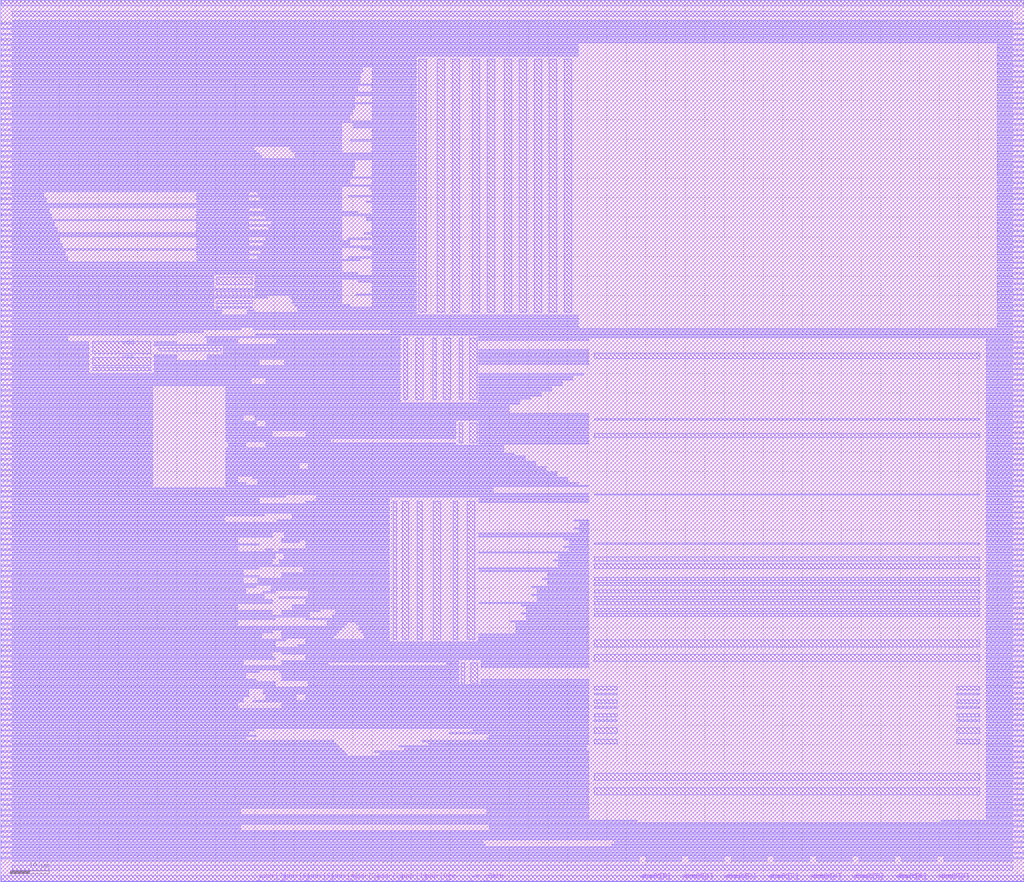
<source format=lef>
VERSION 5.8 ; 
BUSBITCHARS "[]" ; 
DIVIDERCHAR "/" ; 
MACRO sram22_256x8m8w1
    CLASS BLOCK  ;
    FOREIGN sram22_256x8m8w1   ;
    SIZE 261.720 BY 225.680 ;
    SYMMETRY X Y R90 ;
    PIN dout[0] 
        DIRECTION OUTPUT ; 
        ANTENNADIFFAREA 0.448000 LAYER met2 ;
        ANTENNAPARTIALMETALAREA 0.950300 LAYER met1 ;
        ANTENNAPARTIALMETALAREA 5.684800 LAYER met2 ;
        PORT 
            LAYER met1 ;
                RECT 163.990 0.000 164.130 0.140 ;
        END 
    END dout[0] 
    PIN dout[1] 
        DIRECTION OUTPUT ; 
        ANTENNADIFFAREA 0.448000 LAYER met2 ;
        ANTENNAPARTIALMETALAREA 0.950300 LAYER met1 ;
        ANTENNAPARTIALMETALAREA 5.684800 LAYER met2 ;
        PORT 
            LAYER met1 ;
                RECT 174.890 0.000 175.030 0.140 ;
        END 
    END dout[1] 
    PIN dout[2] 
        DIRECTION OUTPUT ; 
        ANTENNADIFFAREA 0.448000 LAYER met2 ;
        ANTENNAPARTIALMETALAREA 0.950300 LAYER met1 ;
        ANTENNAPARTIALMETALAREA 5.684800 LAYER met2 ;
        PORT 
            LAYER met1 ;
                RECT 185.790 0.000 185.930 0.140 ;
        END 
    END dout[2] 
    PIN dout[3] 
        DIRECTION OUTPUT ; 
        ANTENNADIFFAREA 0.448000 LAYER met2 ;
        ANTENNAPARTIALMETALAREA 0.950300 LAYER met1 ;
        ANTENNAPARTIALMETALAREA 5.684800 LAYER met2 ;
        PORT 
            LAYER met1 ;
                RECT 196.690 0.000 196.830 0.140 ;
        END 
    END dout[3] 
    PIN dout[4] 
        DIRECTION OUTPUT ; 
        ANTENNADIFFAREA 0.448000 LAYER met2 ;
        ANTENNAPARTIALMETALAREA 0.950300 LAYER met1 ;
        ANTENNAPARTIALMETALAREA 5.684800 LAYER met2 ;
        PORT 
            LAYER met1 ;
                RECT 207.590 0.000 207.730 0.140 ;
        END 
    END dout[4] 
    PIN dout[5] 
        DIRECTION OUTPUT ; 
        ANTENNADIFFAREA 0.448000 LAYER met2 ;
        ANTENNAPARTIALMETALAREA 0.950300 LAYER met1 ;
        ANTENNAPARTIALMETALAREA 5.684800 LAYER met2 ;
        PORT 
            LAYER met1 ;
                RECT 218.490 0.000 218.630 0.140 ;
        END 
    END dout[5] 
    PIN dout[6] 
        DIRECTION OUTPUT ; 
        ANTENNADIFFAREA 0.448000 LAYER met2 ;
        ANTENNAPARTIALMETALAREA 0.950300 LAYER met1 ;
        ANTENNAPARTIALMETALAREA 5.684800 LAYER met2 ;
        PORT 
            LAYER met1 ;
                RECT 229.390 0.000 229.530 0.140 ;
        END 
    END dout[6] 
    PIN dout[7] 
        DIRECTION OUTPUT ; 
        ANTENNADIFFAREA 0.448000 LAYER met2 ;
        ANTENNAPARTIALMETALAREA 0.950300 LAYER met1 ;
        ANTENNAPARTIALMETALAREA 5.684800 LAYER met2 ;
        PORT 
            LAYER met1 ;
                RECT 240.290 0.000 240.430 0.140 ;
        END 
    END dout[7] 
    PIN din[0] 
        DIRECTION INPUT ; 
        ANTENNAGATEAREA 0.126000 LAYER met2 ;
        ANTENNAPARTIALMETALAREA 4.636500 LAYER met1 ;
        ANTENNAPARTIALMETALAREA 5.406400 LAYER met2 ;
        PORT 
            LAYER met1 ;
                RECT 163.570 0.000 163.710 0.140 ;
        END 
    END din[0] 
    PIN din[1] 
        DIRECTION INPUT ; 
        ANTENNAGATEAREA 0.126000 LAYER met2 ;
        ANTENNAPARTIALMETALAREA 4.636500 LAYER met1 ;
        ANTENNAPARTIALMETALAREA 5.406400 LAYER met2 ;
        PORT 
            LAYER met1 ;
                RECT 174.470 0.000 174.610 0.140 ;
        END 
    END din[1] 
    PIN din[2] 
        DIRECTION INPUT ; 
        ANTENNAGATEAREA 0.126000 LAYER met2 ;
        ANTENNAPARTIALMETALAREA 4.636500 LAYER met1 ;
        ANTENNAPARTIALMETALAREA 5.406400 LAYER met2 ;
        PORT 
            LAYER met1 ;
                RECT 185.370 0.000 185.510 0.140 ;
        END 
    END din[2] 
    PIN din[3] 
        DIRECTION INPUT ; 
        ANTENNAGATEAREA 0.126000 LAYER met2 ;
        ANTENNAPARTIALMETALAREA 4.636500 LAYER met1 ;
        ANTENNAPARTIALMETALAREA 5.406400 LAYER met2 ;
        PORT 
            LAYER met1 ;
                RECT 196.270 0.000 196.410 0.140 ;
        END 
    END din[3] 
    PIN din[4] 
        DIRECTION INPUT ; 
        ANTENNAGATEAREA 0.126000 LAYER met2 ;
        ANTENNAPARTIALMETALAREA 4.636500 LAYER met1 ;
        ANTENNAPARTIALMETALAREA 5.406400 LAYER met2 ;
        PORT 
            LAYER met1 ;
                RECT 207.170 0.000 207.310 0.140 ;
        END 
    END din[4] 
    PIN din[5] 
        DIRECTION INPUT ; 
        ANTENNAGATEAREA 0.126000 LAYER met2 ;
        ANTENNAPARTIALMETALAREA 4.636500 LAYER met1 ;
        ANTENNAPARTIALMETALAREA 5.406400 LAYER met2 ;
        PORT 
            LAYER met1 ;
                RECT 218.070 0.000 218.210 0.140 ;
        END 
    END din[5] 
    PIN din[6] 
        DIRECTION INPUT ; 
        ANTENNAGATEAREA 0.126000 LAYER met2 ;
        ANTENNAPARTIALMETALAREA 4.636500 LAYER met1 ;
        ANTENNAPARTIALMETALAREA 5.406400 LAYER met2 ;
        PORT 
            LAYER met1 ;
                RECT 228.970 0.000 229.110 0.140 ;
        END 
    END din[6] 
    PIN din[7] 
        DIRECTION INPUT ; 
        ANTENNAGATEAREA 0.126000 LAYER met2 ;
        ANTENNAPARTIALMETALAREA 4.636500 LAYER met1 ;
        ANTENNAPARTIALMETALAREA 5.406400 LAYER met2 ;
        PORT 
            LAYER met1 ;
                RECT 239.870 0.000 240.010 0.140 ;
        END 
    END din[7] 
    PIN wmask[0] 
        DIRECTION INPUT ; 
        ANTENNAGATEAREA 0.126000 LAYER met2 ;
        ANTENNAPARTIALMETALAREA 2.446900 LAYER met1 ;
        ANTENNAPARTIALMETALAREA 0.278400 LAYER met2 ;
        PORT 
            LAYER met1 ;
                RECT 163.220 0.000 163.360 0.140 ;
        END 
    END wmask[0] 
    PIN wmask[1] 
        DIRECTION INPUT ; 
        ANTENNAGATEAREA 0.126000 LAYER met2 ;
        ANTENNAPARTIALMETALAREA 2.446900 LAYER met1 ;
        ANTENNAPARTIALMETALAREA 0.278400 LAYER met2 ;
        PORT 
            LAYER met1 ;
                RECT 174.120 0.000 174.260 0.140 ;
        END 
    END wmask[1] 
    PIN wmask[2] 
        DIRECTION INPUT ; 
        ANTENNAGATEAREA 0.126000 LAYER met2 ;
        ANTENNAPARTIALMETALAREA 2.446900 LAYER met1 ;
        ANTENNAPARTIALMETALAREA 0.278400 LAYER met2 ;
        PORT 
            LAYER met1 ;
                RECT 185.020 0.000 185.160 0.140 ;
        END 
    END wmask[2] 
    PIN wmask[3] 
        DIRECTION INPUT ; 
        ANTENNAGATEAREA 0.126000 LAYER met2 ;
        ANTENNAPARTIALMETALAREA 2.446900 LAYER met1 ;
        ANTENNAPARTIALMETALAREA 0.278400 LAYER met2 ;
        PORT 
            LAYER met1 ;
                RECT 195.920 0.000 196.060 0.140 ;
        END 
    END wmask[3] 
    PIN wmask[4] 
        DIRECTION INPUT ; 
        ANTENNAGATEAREA 0.126000 LAYER met2 ;
        ANTENNAPARTIALMETALAREA 2.446900 LAYER met1 ;
        ANTENNAPARTIALMETALAREA 0.278400 LAYER met2 ;
        PORT 
            LAYER met1 ;
                RECT 206.820 0.000 206.960 0.140 ;
        END 
    END wmask[4] 
    PIN wmask[5] 
        DIRECTION INPUT ; 
        ANTENNAGATEAREA 0.126000 LAYER met2 ;
        ANTENNAPARTIALMETALAREA 2.446900 LAYER met1 ;
        ANTENNAPARTIALMETALAREA 0.278400 LAYER met2 ;
        PORT 
            LAYER met1 ;
                RECT 217.720 0.000 217.860 0.140 ;
        END 
    END wmask[5] 
    PIN wmask[6] 
        DIRECTION INPUT ; 
        ANTENNAGATEAREA 0.126000 LAYER met2 ;
        ANTENNAPARTIALMETALAREA 2.446900 LAYER met1 ;
        ANTENNAPARTIALMETALAREA 0.278400 LAYER met2 ;
        PORT 
            LAYER met1 ;
                RECT 228.620 0.000 228.760 0.140 ;
        END 
    END wmask[6] 
    PIN wmask[7] 
        DIRECTION INPUT ; 
        ANTENNAGATEAREA 0.126000 LAYER met2 ;
        ANTENNAPARTIALMETALAREA 2.446900 LAYER met1 ;
        ANTENNAPARTIALMETALAREA 0.278400 LAYER met2 ;
        PORT 
            LAYER met1 ;
                RECT 239.520 0.000 239.660 0.140 ;
        END 
    END wmask[7] 
    PIN addr[0] 
        DIRECTION INPUT ; 
        ANTENNAGATEAREA 0.126000 LAYER met1 ;
        ANTENNAPARTIALMETALAREA 3.855100 LAYER met1 ;
        PORT 
            LAYER met1 ;
                RECT 107.920 0.000 108.240 0.320 ;
        END 
    END addr[0] 
    PIN addr[1] 
        DIRECTION INPUT ; 
        ANTENNAGATEAREA 0.126000 LAYER met1 ;
        ANTENNAPARTIALMETALAREA 3.855100 LAYER met1 ;
        PORT 
            LAYER met1 ;
                RECT 101.800 0.000 102.120 0.320 ;
        END 
    END addr[1] 
    PIN addr[2] 
        DIRECTION INPUT ; 
        ANTENNAGATEAREA 0.126000 LAYER met1 ;
        ANTENNAPARTIALMETALAREA 3.855100 LAYER met1 ;
        PORT 
            LAYER met1 ;
                RECT 95.680 0.000 96.000 0.320 ;
        END 
    END addr[2] 
    PIN addr[3] 
        DIRECTION INPUT ; 
        ANTENNAGATEAREA 0.126000 LAYER met1 ;
        ANTENNAPARTIALMETALAREA 3.855100 LAYER met1 ;
        PORT 
            LAYER met1 ;
                RECT 89.560 0.000 89.880 0.320 ;
        END 
    END addr[3] 
    PIN addr[4] 
        DIRECTION INPUT ; 
        ANTENNAGATEAREA 0.126000 LAYER met1 ;
        ANTENNAPARTIALMETALAREA 3.855100 LAYER met1 ;
        PORT 
            LAYER met1 ;
                RECT 84.120 0.000 84.440 0.320 ;
        END 
    END addr[4] 
    PIN addr[5] 
        DIRECTION INPUT ; 
        ANTENNAGATEAREA 0.126000 LAYER met1 ;
        ANTENNAPARTIALMETALAREA 3.855100 LAYER met1 ;
        PORT 
            LAYER met1 ;
                RECT 78.000 0.000 78.320 0.320 ;
        END 
    END addr[5] 
    PIN addr[6] 
        DIRECTION INPUT ; 
        ANTENNAGATEAREA 0.126000 LAYER met1 ;
        ANTENNAPARTIALMETALAREA 3.855100 LAYER met1 ;
        PORT 
            LAYER met1 ;
                RECT 71.880 0.000 72.200 0.320 ;
        END 
    END addr[6] 
    PIN addr[7] 
        DIRECTION INPUT ; 
        ANTENNAGATEAREA 0.126000 LAYER met1 ;
        ANTENNAPARTIALMETALAREA 3.855100 LAYER met1 ;
        PORT 
            LAYER met1 ;
                RECT 65.760 0.000 66.080 0.320 ;
        END 
    END addr[7] 
    PIN we 
        DIRECTION INPUT ; 
        ANTENNAGATEAREA 0.126000 LAYER met1 ;
        ANTENNAPARTIALMETALAREA 3.855100 LAYER met1 ;
        PORT 
            LAYER met1 ;
                RECT 120.160 0.000 120.480 0.320 ;
        END 
    END we 
    PIN ce 
        DIRECTION INPUT ; 
        ANTENNAGATEAREA 0.126000 LAYER met1 ;
        ANTENNAPARTIALMETALAREA 3.855100 LAYER met1 ;
        PORT 
            LAYER met1 ;
                RECT 114.040 0.000 114.360 0.320 ;
        END 
    END ce 
    PIN clk 
        DIRECTION INPUT ; 
        ANTENNAGATEAREA 10.044000 LAYER met2 ;
        PORT 
            LAYER met1 ;
                RECT 123.560 0.000 123.880 0.320 ;
        END 
    END clk 
    PIN rstb 
        DIRECTION INPUT ; 
        ANTENNAGATEAREA 13.950000 LAYER met2 ;
        PORT 
            LAYER met1 ;
                RECT 124.240 0.000 124.560 0.320 ;
        END 
    END rstb 
    PIN vdd 
        DIRECTION INOUT ; 
        USE POWER ; 
        PORT 
            LAYER met2 ;
                RECT 0.160 5.920 163.320 6.240 ;
                RECT 165.040 5.920 174.200 6.240 ;
                RECT 175.920 5.920 185.080 6.240 ;
                RECT 186.800 5.920 195.960 6.240 ;
                RECT 197.680 5.920 206.840 6.240 ;
                RECT 208.560 5.920 217.720 6.240 ;
                RECT 219.440 5.920 228.600 6.240 ;
                RECT 230.320 5.920 239.480 6.240 ;
                RECT 241.200 5.920 261.560 6.240 ;
                RECT 0.160 7.280 261.560 7.600 ;
                RECT 0.160 8.640 261.560 8.960 ;
                RECT 0.160 10.000 123.200 10.320 ;
                RECT 156.880 10.000 261.560 10.320 ;
                RECT 0.160 11.360 261.560 11.680 ;
                RECT 0.160 12.720 261.560 13.040 ;
                RECT 0.160 14.080 61.320 14.400 ;
                RECT 124.920 14.080 261.560 14.400 ;
                RECT 0.160 15.440 162.640 15.760 ;
                RECT 240.520 15.440 261.560 15.760 ;
                RECT 0.160 16.800 150.400 17.120 ;
                RECT 252.080 16.800 261.560 17.120 ;
                RECT 0.160 18.160 61.320 18.480 ;
                RECT 124.240 18.160 150.400 18.480 ;
                RECT 252.080 18.160 261.560 18.480 ;
                RECT 0.160 19.520 150.400 19.840 ;
                RECT 252.080 19.520 261.560 19.840 ;
                RECT 0.160 20.880 150.400 21.200 ;
                RECT 252.080 20.880 261.560 21.200 ;
                RECT 0.160 22.240 150.400 22.560 ;
                RECT 252.080 22.240 261.560 22.560 ;
                RECT 0.160 23.600 150.400 23.920 ;
                RECT 252.080 23.600 261.560 23.920 ;
                RECT 0.160 24.960 150.400 25.280 ;
                RECT 252.080 24.960 261.560 25.280 ;
                RECT 0.160 26.320 150.400 26.640 ;
                RECT 252.080 26.320 261.560 26.640 ;
                RECT 0.160 27.680 150.400 28.000 ;
                RECT 252.080 27.680 261.560 28.000 ;
                RECT 0.160 29.040 150.400 29.360 ;
                RECT 252.080 29.040 261.560 29.360 ;
                RECT 0.160 30.400 150.400 30.720 ;
                RECT 252.080 30.400 261.560 30.720 ;
                RECT 0.160 31.760 150.400 32.080 ;
                RECT 252.080 31.760 261.560 32.080 ;
                RECT 0.160 33.120 87.840 33.440 ;
                RECT 95.680 33.120 150.400 33.440 ;
                RECT 252.080 33.120 261.560 33.440 ;
                RECT 0.160 34.480 86.480 34.800 ;
                RECT 101.800 34.480 149.720 34.800 ;
                RECT 252.080 34.480 261.560 34.800 ;
                RECT 0.160 35.840 85.120 36.160 ;
                RECT 107.920 35.840 150.400 36.160 ;
                RECT 252.080 35.840 261.560 36.160 ;
                RECT 0.160 37.200 65.400 37.520 ;
                RECT 124.920 37.200 150.400 37.520 ;
                RECT 252.080 37.200 261.560 37.520 ;
                RECT 0.160 38.560 64.720 38.880 ;
                RECT 120.840 38.560 150.400 38.880 ;
                RECT 252.080 38.560 261.560 38.880 ;
                RECT 0.160 39.920 150.400 40.240 ;
                RECT 252.080 39.920 261.560 40.240 ;
                RECT 0.160 41.280 150.400 41.600 ;
                RECT 252.080 41.280 261.560 41.600 ;
                RECT 0.160 42.640 150.400 42.960 ;
                RECT 252.080 42.640 261.560 42.960 ;
                RECT 0.160 44.000 150.400 44.320 ;
                RECT 252.080 44.000 261.560 44.320 ;
                RECT 0.160 45.360 60.640 45.680 ;
                RECT 71.880 45.360 150.400 45.680 ;
                RECT 252.080 45.360 261.560 45.680 ;
                RECT 0.160 46.720 62.000 47.040 ;
                RECT 67.800 46.720 75.600 47.040 ;
                RECT 78.000 46.720 150.400 47.040 ;
                RECT 252.080 46.720 261.560 47.040 ;
                RECT 0.160 48.080 63.360 48.400 ;
                RECT 67.120 48.080 150.400 48.400 ;
                RECT 252.080 48.080 261.560 48.400 ;
                RECT 0.160 49.440 150.400 49.760 ;
                RECT 252.080 49.440 261.560 49.760 ;
                RECT 0.160 50.800 70.160 51.120 ;
                RECT 78.680 50.800 117.080 51.120 ;
                RECT 122.880 50.800 150.400 51.120 ;
                RECT 252.080 50.800 261.560 51.120 ;
                RECT 0.160 52.160 62.680 52.480 ;
                RECT 71.880 52.160 117.080 52.480 ;
                RECT 252.080 52.160 261.560 52.480 ;
                RECT 0.160 53.520 66.080 53.840 ;
                RECT 71.200 53.520 117.080 53.840 ;
                RECT 252.080 53.520 261.560 53.840 ;
                RECT 0.160 54.880 117.080 55.200 ;
                RECT 122.880 54.880 150.400 55.200 ;
                RECT 252.080 54.880 261.560 55.200 ;
                RECT 0.160 56.240 62.000 56.560 ;
                RECT 71.880 56.240 117.080 56.560 ;
                RECT 122.880 56.240 150.400 56.560 ;
                RECT 252.080 56.240 261.560 56.560 ;
                RECT 0.160 57.600 69.480 57.920 ;
                RECT 78.000 57.600 150.400 57.920 ;
                RECT 252.080 57.600 261.560 57.920 ;
                RECT 0.160 58.960 150.400 59.280 ;
                RECT 252.080 58.960 261.560 59.280 ;
                RECT 0.160 60.320 70.160 60.640 ;
                RECT 75.960 60.320 150.400 60.640 ;
                RECT 252.080 60.320 261.560 60.640 ;
                RECT 0.160 61.680 72.880 62.000 ;
                RECT 78.000 61.680 99.400 62.000 ;
                RECT 122.200 61.680 150.400 62.000 ;
                RECT 252.080 61.680 261.560 62.000 ;
                RECT 0.160 63.040 66.760 63.360 ;
                RECT 71.880 63.040 85.800 63.360 ;
                RECT 92.960 63.040 99.400 63.360 ;
                RECT 122.200 63.040 150.400 63.360 ;
                RECT 252.080 63.040 261.560 63.360 ;
                RECT 0.160 64.400 87.160 64.720 ;
                RECT 91.600 64.400 99.400 64.720 ;
                RECT 131.720 64.400 150.400 64.720 ;
                RECT 252.080 64.400 261.560 64.720 ;
                RECT 0.160 65.760 60.640 66.080 ;
                RECT 83.440 65.760 88.520 66.080 ;
                RECT 90.920 65.760 99.400 66.080 ;
                RECT 131.720 65.760 150.400 66.080 ;
                RECT 252.080 65.760 261.560 66.080 ;
                RECT 0.160 67.120 70.160 67.440 ;
                RECT 78.000 67.120 99.400 67.440 ;
                RECT 134.440 67.120 150.400 67.440 ;
                RECT 252.080 67.120 261.560 67.440 ;
                RECT 0.160 68.480 69.480 68.800 ;
                RECT 71.880 68.480 79.000 68.800 ;
                RECT 85.480 68.480 99.400 68.800 ;
                RECT 133.080 68.480 150.400 68.800 ;
                RECT 252.080 68.480 261.560 68.800 ;
                RECT 0.160 69.840 60.640 70.160 ;
                RECT 74.600 69.840 99.400 70.160 ;
                RECT 134.440 69.840 150.400 70.160 ;
                RECT 252.080 69.840 261.560 70.160 ;
                RECT 0.160 71.200 69.480 71.520 ;
                RECT 78.000 71.200 99.400 71.520 ;
                RECT 122.200 71.200 150.400 71.520 ;
                RECT 252.080 71.200 261.560 71.520 ;
                RECT 0.160 72.560 67.440 72.880 ;
                RECT 71.200 72.560 99.400 72.880 ;
                RECT 137.160 72.560 150.400 72.880 ;
                RECT 252.080 72.560 261.560 72.880 ;
                RECT 0.160 73.920 62.680 74.240 ;
                RECT 67.120 73.920 70.160 74.240 ;
                RECT 78.680 73.920 99.400 74.240 ;
                RECT 137.160 73.920 150.400 74.240 ;
                RECT 252.080 73.920 261.560 74.240 ;
                RECT 0.160 75.280 65.400 75.600 ;
                RECT 69.160 75.280 99.400 75.600 ;
                RECT 135.800 75.280 150.400 75.600 ;
                RECT 252.080 75.280 261.560 75.600 ;
                RECT 0.160 76.640 62.000 76.960 ;
                RECT 65.760 76.640 99.400 76.960 ;
                RECT 139.880 76.640 150.400 76.960 ;
                RECT 252.080 76.640 261.560 76.960 ;
                RECT 0.160 78.000 66.080 78.320 ;
                RECT 71.880 78.000 99.400 78.320 ;
                RECT 139.880 78.000 150.400 78.320 ;
                RECT 252.080 78.000 261.560 78.320 ;
                RECT 0.160 79.360 62.000 79.680 ;
                RECT 77.320 79.360 99.400 79.680 ;
                RECT 122.200 79.360 150.400 79.680 ;
                RECT 252.080 79.360 261.560 79.680 ;
                RECT 0.160 80.720 99.400 81.040 ;
                RECT 142.600 80.720 150.400 81.040 ;
                RECT 252.080 80.720 261.560 81.040 ;
                RECT 0.160 82.080 69.480 82.400 ;
                RECT 71.200 82.080 99.400 82.400 ;
                RECT 141.240 82.080 150.400 82.400 ;
                RECT 252.080 82.080 261.560 82.400 ;
                RECT 0.160 83.440 70.160 83.760 ;
                RECT 72.560 83.440 99.400 83.760 ;
                RECT 142.600 83.440 150.400 83.760 ;
                RECT 252.080 83.440 261.560 83.760 ;
                RECT 0.160 84.800 60.640 85.120 ;
                RECT 67.800 84.800 69.480 85.120 ;
                RECT 71.200 84.800 99.400 85.120 ;
                RECT 145.320 84.800 150.400 85.120 ;
                RECT 252.080 84.800 261.560 85.120 ;
                RECT 0.160 86.160 66.080 86.480 ;
                RECT 78.000 86.160 99.400 86.480 ;
                RECT 145.320 86.160 150.400 86.480 ;
                RECT 252.080 86.160 261.560 86.480 ;
                RECT 0.160 87.520 60.640 87.840 ;
                RECT 71.880 87.520 99.400 87.840 ;
                RECT 143.960 87.520 150.400 87.840 ;
                RECT 252.080 87.520 261.560 87.840 ;
                RECT 0.160 88.880 69.480 89.200 ;
                RECT 72.560 88.880 99.400 89.200 ;
                RECT 122.200 88.880 150.400 89.200 ;
                RECT 252.080 88.880 261.560 89.200 ;
                RECT 0.160 90.240 99.400 90.560 ;
                RECT 146.680 90.240 150.400 90.560 ;
                RECT 252.080 90.240 261.560 90.560 ;
                RECT 0.160 91.600 99.400 91.920 ;
                RECT 148.040 91.600 150.400 91.920 ;
                RECT 252.080 91.600 261.560 91.920 ;
                RECT 0.160 92.960 57.240 93.280 ;
                RECT 74.600 92.960 99.400 93.280 ;
                RECT 252.080 92.960 261.560 93.280 ;
                RECT 0.160 94.320 99.400 94.640 ;
                RECT 252.080 94.320 261.560 94.640 ;
                RECT 0.160 95.680 99.400 96.000 ;
                RECT 252.080 95.680 261.560 96.000 ;
                RECT 0.160 97.040 66.080 97.360 ;
                RECT 78.000 97.040 99.400 97.360 ;
                RECT 122.200 97.040 150.400 97.360 ;
                RECT 252.080 97.040 261.560 97.360 ;
                RECT 0.160 98.400 72.880 98.720 ;
                RECT 80.720 98.400 150.400 98.720 ;
                RECT 252.080 98.400 261.560 98.720 ;
                RECT 0.160 99.760 125.920 100.080 ;
                RECT 252.080 99.760 261.560 100.080 ;
                RECT 0.160 101.120 38.880 101.440 ;
                RECT 57.600 101.120 150.400 101.440 ;
                RECT 252.080 101.120 261.560 101.440 ;
                RECT 0.160 102.480 38.880 102.800 ;
                RECT 57.600 102.480 60.640 102.800 ;
                RECT 65.760 102.480 144.960 102.800 ;
                RECT 252.080 102.480 261.560 102.800 ;
                RECT 0.160 103.840 38.880 104.160 ;
                RECT 57.600 103.840 142.240 104.160 ;
                RECT 252.080 103.840 261.560 104.160 ;
                RECT 0.160 105.200 38.880 105.520 ;
                RECT 57.600 105.200 139.520 105.520 ;
                RECT 252.080 105.200 261.560 105.520 ;
                RECT 0.160 106.560 38.880 106.880 ;
                RECT 57.600 106.560 76.280 106.880 ;
                RECT 78.680 106.560 136.800 106.880 ;
                RECT 252.080 106.560 261.560 106.880 ;
                RECT 0.160 107.920 38.880 108.240 ;
                RECT 57.600 107.920 134.080 108.240 ;
                RECT 252.080 107.920 261.560 108.240 ;
                RECT 0.160 109.280 38.880 109.600 ;
                RECT 57.600 109.280 131.360 109.600 ;
                RECT 252.080 109.280 261.560 109.600 ;
                RECT 0.160 110.640 38.880 110.960 ;
                RECT 57.600 110.640 128.640 110.960 ;
                RECT 252.080 110.640 261.560 110.960 ;
                RECT 0.160 112.000 38.880 112.320 ;
                RECT 58.280 112.000 62.680 112.320 ;
                RECT 67.800 112.000 116.400 112.320 ;
                RECT 122.200 112.000 150.400 112.320 ;
                RECT 252.080 112.000 261.560 112.320 ;
                RECT 0.160 113.360 38.880 113.680 ;
                RECT 57.600 113.360 116.400 113.680 ;
                RECT 122.200 113.360 150.400 113.680 ;
                RECT 252.080 113.360 261.560 113.680 ;
                RECT 0.160 114.720 38.880 115.040 ;
                RECT 57.600 114.720 69.480 115.040 ;
                RECT 78.000 114.720 116.400 115.040 ;
                RECT 122.200 114.720 150.400 115.040 ;
                RECT 252.080 114.720 261.560 115.040 ;
                RECT 0.160 116.080 38.880 116.400 ;
                RECT 57.600 116.080 116.400 116.400 ;
                RECT 122.200 116.080 150.400 116.400 ;
                RECT 252.080 116.080 261.560 116.400 ;
                RECT 0.160 117.440 38.880 117.760 ;
                RECT 57.600 117.440 65.400 117.760 ;
                RECT 67.800 117.440 116.400 117.760 ;
                RECT 122.200 117.440 150.400 117.760 ;
                RECT 252.080 117.440 261.560 117.760 ;
                RECT 0.160 118.800 38.880 119.120 ;
                RECT 57.600 118.800 62.000 119.120 ;
                RECT 65.080 118.800 150.400 119.120 ;
                RECT 252.080 118.800 261.560 119.120 ;
                RECT 0.160 120.160 38.880 120.480 ;
                RECT 57.600 120.160 130.000 120.480 ;
                RECT 252.080 120.160 261.560 120.480 ;
                RECT 0.160 121.520 38.880 121.840 ;
                RECT 57.600 121.520 130.000 121.840 ;
                RECT 252.080 121.520 261.560 121.840 ;
                RECT 0.160 122.880 38.880 123.200 ;
                RECT 57.600 122.880 102.120 123.200 ;
                RECT 122.200 122.880 132.720 123.200 ;
                RECT 252.080 122.880 261.560 123.200 ;
                RECT 0.160 124.240 38.880 124.560 ;
                RECT 57.600 124.240 102.120 124.560 ;
                RECT 122.200 124.240 138.160 124.560 ;
                RECT 252.080 124.240 261.560 124.560 ;
                RECT 0.160 125.600 38.880 125.920 ;
                RECT 57.600 125.600 102.120 125.920 ;
                RECT 122.200 125.600 140.880 125.920 ;
                RECT 252.080 125.600 261.560 125.920 ;
                RECT 0.160 126.960 102.120 127.280 ;
                RECT 122.200 126.960 143.600 127.280 ;
                RECT 252.080 126.960 261.560 127.280 ;
                RECT 0.160 128.320 64.040 128.640 ;
                RECT 67.800 128.320 102.120 128.640 ;
                RECT 122.200 128.320 146.320 128.640 ;
                RECT 252.080 128.320 261.560 128.640 ;
                RECT 0.160 129.680 102.120 130.000 ;
                RECT 122.200 129.680 149.040 130.000 ;
                RECT 252.080 129.680 261.560 130.000 ;
                RECT 0.160 131.040 22.560 131.360 ;
                RECT 39.240 131.040 102.120 131.360 ;
                RECT 252.080 131.040 261.560 131.360 ;
                RECT 0.160 132.400 22.560 132.720 ;
                RECT 39.240 132.400 66.080 132.720 ;
                RECT 72.560 132.400 102.120 132.720 ;
                RECT 122.200 132.400 150.400 132.720 ;
                RECT 252.080 132.400 261.560 132.720 ;
                RECT 0.160 133.760 22.560 134.080 ;
                RECT 39.240 133.760 45.000 134.080 ;
                RECT 52.840 133.760 102.120 134.080 ;
                RECT 122.200 133.760 150.400 134.080 ;
                RECT 252.080 133.760 261.560 134.080 ;
                RECT 0.160 135.120 22.560 135.440 ;
                RECT 56.920 135.120 102.120 135.440 ;
                RECT 122.200 135.120 150.400 135.440 ;
                RECT 252.080 135.120 261.560 135.440 ;
                RECT 0.160 136.480 22.560 136.800 ;
                RECT 56.920 136.480 102.120 136.800 ;
                RECT 252.080 136.480 261.560 136.800 ;
                RECT 0.160 137.840 22.560 138.160 ;
                RECT 39.240 137.840 45.000 138.160 ;
                RECT 52.840 137.840 60.640 138.160 ;
                RECT 70.520 137.840 102.120 138.160 ;
                RECT 252.080 137.840 261.560 138.160 ;
                RECT 0.160 139.200 17.120 139.520 ;
                RECT 52.160 139.200 102.120 139.520 ;
                RECT 122.200 139.200 261.560 139.520 ;
                RECT 0.160 140.560 51.800 140.880 ;
                RECT 99.760 140.560 261.560 140.880 ;
                RECT 0.160 141.920 147.680 142.240 ;
                RECT 254.800 141.920 261.560 142.240 ;
                RECT 0.160 143.280 147.680 143.600 ;
                RECT 254.800 143.280 261.560 143.600 ;
                RECT 0.160 144.640 147.680 144.960 ;
                RECT 254.800 144.640 261.560 144.960 ;
                RECT 0.160 146.000 56.560 146.320 ;
                RECT 63.040 146.000 64.720 146.320 ;
                RECT 75.960 146.000 106.200 146.320 ;
                RECT 254.800 146.000 261.560 146.320 ;
                RECT 0.160 147.360 54.520 147.680 ;
                RECT 75.280 147.360 89.200 147.680 ;
                RECT 95.000 147.360 106.200 147.680 ;
                RECT 254.800 147.360 261.560 147.680 ;
                RECT 0.160 148.720 54.520 149.040 ;
                RECT 74.600 148.720 87.160 149.040 ;
                RECT 95.000 148.720 106.200 149.040 ;
                RECT 254.800 148.720 261.560 149.040 ;
                RECT 0.160 150.080 54.520 150.400 ;
                RECT 65.080 150.080 87.160 150.400 ;
                RECT 90.920 150.080 106.200 150.400 ;
                RECT 254.800 150.080 261.560 150.400 ;
                RECT 0.160 151.440 87.160 151.760 ;
                RECT 95.000 151.440 106.200 151.760 ;
                RECT 254.800 151.440 261.560 151.760 ;
                RECT 0.160 152.800 54.520 153.120 ;
                RECT 65.080 152.800 87.160 153.120 ;
                RECT 95.000 152.800 106.200 153.120 ;
                RECT 254.800 152.800 261.560 153.120 ;
                RECT 0.160 154.160 54.520 154.480 ;
                RECT 65.080 154.160 106.200 154.480 ;
                RECT 254.800 154.160 261.560 154.480 ;
                RECT 0.160 155.520 91.240 155.840 ;
                RECT 95.000 155.520 106.200 155.840 ;
                RECT 254.800 155.520 261.560 155.840 ;
                RECT 0.160 156.880 87.160 157.200 ;
                RECT 95.000 156.880 106.200 157.200 ;
                RECT 254.800 156.880 261.560 157.200 ;
                RECT 0.160 158.240 87.160 158.560 ;
                RECT 95.000 158.240 106.200 158.560 ;
                RECT 254.800 158.240 261.560 158.560 ;
                RECT 0.160 159.600 17.120 159.920 ;
                RECT 50.120 159.600 63.360 159.920 ;
                RECT 65.760 159.600 87.160 159.920 ;
                RECT 88.880 159.600 106.200 159.920 ;
                RECT 254.800 159.600 261.560 159.920 ;
                RECT 0.160 160.960 16.440 161.280 ;
                RECT 50.120 160.960 63.360 161.280 ;
                RECT 66.440 160.960 87.160 161.280 ;
                RECT 95.000 160.960 106.200 161.280 ;
                RECT 254.800 160.960 261.560 161.280 ;
                RECT 0.160 162.320 15.760 162.640 ;
                RECT 50.120 162.320 106.200 162.640 ;
                RECT 254.800 162.320 261.560 162.640 ;
                RECT 0.160 163.680 15.080 164.000 ;
                RECT 50.120 163.680 89.200 164.000 ;
                RECT 95.000 163.680 106.200 164.000 ;
                RECT 254.800 163.680 261.560 164.000 ;
                RECT 0.160 165.040 87.160 165.360 ;
                RECT 95.000 165.040 106.200 165.360 ;
                RECT 254.800 165.040 261.560 165.360 ;
                RECT 0.160 166.400 14.400 166.720 ;
                RECT 50.120 166.400 87.160 166.720 ;
                RECT 95.000 166.400 106.200 166.720 ;
                RECT 254.800 166.400 261.560 166.720 ;
                RECT 0.160 167.760 13.720 168.080 ;
                RECT 50.120 167.760 87.160 168.080 ;
                RECT 95.000 167.760 106.200 168.080 ;
                RECT 254.800 167.760 261.560 168.080 ;
                RECT 0.160 169.120 87.160 169.440 ;
                RECT 93.640 169.120 106.200 169.440 ;
                RECT 254.800 169.120 261.560 169.440 ;
                RECT 0.160 170.480 13.040 170.800 ;
                RECT 50.120 170.480 106.200 170.800 ;
                RECT 254.800 170.480 261.560 170.800 ;
                RECT 0.160 171.840 12.360 172.160 ;
                RECT 50.120 171.840 63.360 172.160 ;
                RECT 67.120 171.840 87.160 172.160 ;
                RECT 95.000 171.840 106.200 172.160 ;
                RECT 254.800 171.840 261.560 172.160 ;
                RECT 0.160 173.200 87.160 173.520 ;
                RECT 95.000 173.200 106.200 173.520 ;
                RECT 254.800 173.200 261.560 173.520 ;
                RECT 0.160 174.560 11.680 174.880 ;
                RECT 50.120 174.560 63.360 174.880 ;
                RECT 66.440 174.560 87.160 174.880 ;
                RECT 95.000 174.560 106.200 174.880 ;
                RECT 254.800 174.560 261.560 174.880 ;
                RECT 0.160 175.920 11.000 176.240 ;
                RECT 50.120 175.920 63.360 176.240 ;
                RECT 65.760 175.920 87.160 176.240 ;
                RECT 95.000 175.920 106.200 176.240 ;
                RECT 254.800 175.920 261.560 176.240 ;
                RECT 0.160 177.280 87.160 177.600 ;
                RECT 94.320 177.280 106.200 177.600 ;
                RECT 254.800 177.280 261.560 177.600 ;
                RECT 0.160 178.640 89.200 178.960 ;
                RECT 95.000 178.640 106.200 178.960 ;
                RECT 254.800 178.640 261.560 178.960 ;
                RECT 0.160 180.000 106.200 180.320 ;
                RECT 254.800 180.000 261.560 180.320 ;
                RECT 0.160 181.360 89.880 181.680 ;
                RECT 95.000 181.360 106.200 181.680 ;
                RECT 254.800 181.360 261.560 181.680 ;
                RECT 0.160 182.720 90.560 183.040 ;
                RECT 95.000 182.720 106.200 183.040 ;
                RECT 254.800 182.720 261.560 183.040 ;
                RECT 0.160 184.080 90.560 184.400 ;
                RECT 95.000 184.080 106.200 184.400 ;
                RECT 254.800 184.080 261.560 184.400 ;
                RECT 0.160 185.440 66.760 185.760 ;
                RECT 75.280 185.440 106.200 185.760 ;
                RECT 254.800 185.440 261.560 185.760 ;
                RECT 0.160 186.800 65.400 187.120 ;
                RECT 74.600 186.800 87.160 187.120 ;
                RECT 95.000 186.800 106.200 187.120 ;
                RECT 254.800 186.800 261.560 187.120 ;
                RECT 0.160 188.160 87.160 188.480 ;
                RECT 95.000 188.160 106.200 188.480 ;
                RECT 254.800 188.160 261.560 188.480 ;
                RECT 0.160 189.520 87.160 189.840 ;
                RECT 89.560 189.520 106.200 189.840 ;
                RECT 254.800 189.520 261.560 189.840 ;
                RECT 0.160 190.880 87.160 191.200 ;
                RECT 95.000 190.880 106.200 191.200 ;
                RECT 254.800 190.880 261.560 191.200 ;
                RECT 0.160 192.240 87.160 192.560 ;
                RECT 95.000 192.240 106.200 192.560 ;
                RECT 254.800 192.240 261.560 192.560 ;
                RECT 0.160 193.600 87.160 193.920 ;
                RECT 90.240 193.600 106.200 193.920 ;
                RECT 254.800 193.600 261.560 193.920 ;
                RECT 0.160 194.960 89.200 195.280 ;
                RECT 95.000 194.960 106.200 195.280 ;
                RECT 254.800 194.960 261.560 195.280 ;
                RECT 0.160 196.320 89.880 196.640 ;
                RECT 95.000 196.320 106.200 196.640 ;
                RECT 254.800 196.320 261.560 196.640 ;
                RECT 0.160 197.680 90.560 198.000 ;
                RECT 95.000 197.680 106.200 198.000 ;
                RECT 254.800 197.680 261.560 198.000 ;
                RECT 0.160 199.040 106.200 199.360 ;
                RECT 254.800 199.040 261.560 199.360 ;
                RECT 0.160 200.400 90.560 200.720 ;
                RECT 95.000 200.400 106.200 200.720 ;
                RECT 254.800 200.400 261.560 200.720 ;
                RECT 0.160 201.760 106.200 202.080 ;
                RECT 254.800 201.760 261.560 202.080 ;
                RECT 0.160 203.120 91.240 203.440 ;
                RECT 95.000 203.120 106.200 203.440 ;
                RECT 254.800 203.120 261.560 203.440 ;
                RECT 0.160 204.480 91.920 204.800 ;
                RECT 95.000 204.480 106.200 204.800 ;
                RECT 254.800 204.480 261.560 204.800 ;
                RECT 0.160 205.840 91.920 206.160 ;
                RECT 95.000 205.840 106.200 206.160 ;
                RECT 254.800 205.840 261.560 206.160 ;
                RECT 0.160 207.200 92.600 207.520 ;
                RECT 95.000 207.200 106.200 207.520 ;
                RECT 254.800 207.200 261.560 207.520 ;
                RECT 0.160 208.560 106.200 208.880 ;
                RECT 254.800 208.560 261.560 208.880 ;
                RECT 0.160 209.920 106.200 210.240 ;
                RECT 254.800 209.920 261.560 210.240 ;
                RECT 0.160 211.280 147.680 211.600 ;
                RECT 254.800 211.280 261.560 211.600 ;
                RECT 0.160 212.640 147.680 212.960 ;
                RECT 254.800 212.640 261.560 212.960 ;
                RECT 0.160 214.000 147.680 214.320 ;
                RECT 254.800 214.000 261.560 214.320 ;
                RECT 0.160 215.360 261.560 215.680 ;
                RECT 0.160 216.720 261.560 217.040 ;
                RECT 0.160 218.080 261.560 218.400 ;
                RECT 0.160 219.440 261.560 219.760 ;
                RECT 0.160 0.160 261.560 1.520 ;
                RECT 0.160 224.160 261.560 225.520 ;
                RECT 151.820 37.975 157.620 39.345 ;
                RECT 244.520 37.975 250.320 39.345 ;
                RECT 151.820 42.245 157.620 43.015 ;
                RECT 244.520 42.245 250.320 43.015 ;
                RECT 151.820 45.660 157.620 46.480 ;
                RECT 244.520 45.660 250.320 46.480 ;
                RECT 151.820 49.150 157.620 49.970 ;
                RECT 244.520 49.150 250.320 49.970 ;
                RECT 151.820 86.365 250.320 86.655 ;
                RECT 151.820 75.760 250.320 76.560 ;
                RECT 151.820 113.670 250.320 114.640 ;
                RECT 151.820 67.860 250.320 68.660 ;
                RECT 151.820 70.870 250.320 71.670 ;
                RECT 151.820 82.075 250.320 83.145 ;
                RECT 151.820 56.390 250.320 58.190 ;
                RECT 151.820 133.920 250.320 135.270 ;
                RECT 151.820 22.220 250.320 24.020 ;
                RECT 111.590 145.715 113.510 210.495 ;
                RECT 115.430 145.715 117.350 210.495 ;
                RECT 128.715 145.715 130.635 210.495 ;
                RECT 132.555 145.715 134.475 210.495 ;
                RECT 136.395 145.715 138.315 210.495 ;
                RECT 140.235 145.715 142.155 210.495 ;
                RECT 144.075 145.715 145.995 210.495 ;
                RECT 102.735 61.965 104.275 97.365 ;
                RECT 110.595 61.965 112.515 97.365 ;
                RECT 119.290 61.965 121.210 97.365 ;
                RECT 106.180 123.440 108.100 139.080 ;
                RECT 113.155 123.440 115.075 139.080 ;
                RECT 119.915 123.440 121.835 139.080 ;
                RECT 119.915 112.280 121.835 117.440 ;
                RECT 120.215 50.805 121.965 55.965 ;
                RECT 55.210 147.985 64.370 148.735 ;
                RECT 55.210 152.740 64.370 154.660 ;
                RECT 40.360 135.770 56.400 136.570 ;
                RECT 23.560 135.125 38.400 138.175 ;
        END 
    END vdd 
    PIN vss 
        DIRECTION INOUT ; 
        USE GROUND ; 
        PORT 
            LAYER met2 ;
                RECT 2.880 5.240 163.320 5.560 ;
                RECT 165.040 5.240 174.200 5.560 ;
                RECT 175.920 5.240 185.080 5.560 ;
                RECT 186.800 5.240 195.960 5.560 ;
                RECT 197.680 5.240 206.840 5.560 ;
                RECT 208.560 5.240 217.720 5.560 ;
                RECT 219.440 5.240 228.600 5.560 ;
                RECT 230.320 5.240 239.480 5.560 ;
                RECT 241.200 5.240 258.840 5.560 ;
                RECT 2.880 6.600 258.840 6.920 ;
                RECT 2.880 7.960 258.840 8.280 ;
                RECT 2.880 9.320 123.880 9.640 ;
                RECT 156.200 9.320 258.840 9.640 ;
                RECT 2.880 10.680 258.840 11.000 ;
                RECT 2.880 12.040 258.840 12.360 ;
                RECT 2.880 13.400 61.320 13.720 ;
                RECT 124.920 13.400 258.840 13.720 ;
                RECT 2.880 14.760 258.840 15.080 ;
                RECT 2.880 16.120 150.400 16.440 ;
                RECT 252.080 16.120 258.840 16.440 ;
                RECT 2.880 17.480 61.320 17.800 ;
                RECT 124.240 17.480 150.400 17.800 ;
                RECT 252.080 17.480 258.840 17.800 ;
                RECT 2.880 18.840 150.400 19.160 ;
                RECT 252.080 18.840 258.840 19.160 ;
                RECT 2.880 20.200 150.400 20.520 ;
                RECT 252.080 20.200 258.840 20.520 ;
                RECT 2.880 21.560 150.400 21.880 ;
                RECT 252.080 21.560 258.840 21.880 ;
                RECT 2.880 22.920 150.400 23.240 ;
                RECT 252.080 22.920 258.840 23.240 ;
                RECT 2.880 24.280 150.400 24.600 ;
                RECT 252.080 24.280 258.840 24.600 ;
                RECT 2.880 25.640 150.400 25.960 ;
                RECT 252.080 25.640 258.840 25.960 ;
                RECT 2.880 27.000 150.400 27.320 ;
                RECT 252.080 27.000 258.840 27.320 ;
                RECT 2.880 28.360 150.400 28.680 ;
                RECT 252.080 28.360 258.840 28.680 ;
                RECT 2.880 29.720 150.400 30.040 ;
                RECT 252.080 29.720 258.840 30.040 ;
                RECT 2.880 31.080 150.400 31.400 ;
                RECT 252.080 31.080 258.840 31.400 ;
                RECT 2.880 32.440 88.520 32.760 ;
                RECT 97.040 32.440 150.400 32.760 ;
                RECT 252.080 32.440 258.840 32.760 ;
                RECT 2.880 33.800 87.160 34.120 ;
                RECT 103.160 33.800 149.720 34.120 ;
                RECT 252.080 33.800 258.840 34.120 ;
                RECT 2.880 35.160 85.800 35.480 ;
                RECT 109.280 35.160 150.400 35.480 ;
                RECT 252.080 35.160 258.840 35.480 ;
                RECT 2.880 36.520 62.680 36.840 ;
                RECT 124.240 36.520 150.400 36.840 ;
                RECT 252.080 36.520 258.840 36.840 ;
                RECT 2.880 37.880 63.360 38.200 ;
                RECT 114.720 37.880 150.400 38.200 ;
                RECT 252.080 37.880 258.840 38.200 ;
                RECT 2.880 39.240 150.400 39.560 ;
                RECT 252.080 39.240 258.840 39.560 ;
                RECT 2.880 40.600 150.400 40.920 ;
                RECT 252.080 40.600 258.840 40.920 ;
                RECT 2.880 41.960 150.400 42.280 ;
                RECT 252.080 41.960 258.840 42.280 ;
                RECT 2.880 43.320 150.400 43.640 ;
                RECT 252.080 43.320 258.840 43.640 ;
                RECT 2.880 44.680 60.640 45.000 ;
                RECT 71.880 44.680 150.400 45.000 ;
                RECT 252.080 44.680 258.840 45.000 ;
                RECT 2.880 46.040 62.000 46.360 ;
                RECT 64.400 46.040 150.400 46.360 ;
                RECT 252.080 46.040 258.840 46.360 ;
                RECT 2.880 47.400 63.360 47.720 ;
                RECT 67.800 47.400 75.600 47.720 ;
                RECT 78.000 47.400 150.400 47.720 ;
                RECT 252.080 47.400 258.840 47.720 ;
                RECT 2.880 48.760 63.360 49.080 ;
                RECT 67.120 48.760 150.400 49.080 ;
                RECT 252.080 48.760 258.840 49.080 ;
                RECT 2.880 50.120 70.160 50.440 ;
                RECT 78.680 50.120 150.400 50.440 ;
                RECT 252.080 50.120 258.840 50.440 ;
                RECT 2.880 51.480 65.400 51.800 ;
                RECT 71.880 51.480 117.080 51.800 ;
                RECT 122.880 51.480 150.400 51.800 ;
                RECT 252.080 51.480 258.840 51.800 ;
                RECT 2.880 52.840 62.680 53.160 ;
                RECT 71.880 52.840 117.080 53.160 ;
                RECT 252.080 52.840 258.840 53.160 ;
                RECT 2.880 54.200 117.080 54.520 ;
                RECT 252.080 54.200 258.840 54.520 ;
                RECT 2.880 55.560 62.000 55.880 ;
                RECT 71.880 55.560 83.760 55.880 ;
                RECT 114.040 55.560 117.080 55.880 ;
                RECT 122.880 55.560 150.400 55.880 ;
                RECT 252.080 55.560 258.840 55.880 ;
                RECT 2.880 56.920 70.160 57.240 ;
                RECT 78.000 56.920 150.400 57.240 ;
                RECT 252.080 56.920 258.840 57.240 ;
                RECT 2.880 58.280 69.480 58.600 ;
                RECT 71.880 58.280 150.400 58.600 ;
                RECT 252.080 58.280 258.840 58.600 ;
                RECT 2.880 59.640 150.400 59.960 ;
                RECT 252.080 59.640 258.840 59.960 ;
                RECT 2.880 61.000 70.160 61.320 ;
                RECT 78.000 61.000 150.400 61.320 ;
                RECT 252.080 61.000 258.840 61.320 ;
                RECT 2.880 62.360 66.760 62.680 ;
                RECT 71.880 62.360 85.120 62.680 ;
                RECT 92.960 62.360 99.400 62.680 ;
                RECT 122.200 62.360 150.400 62.680 ;
                RECT 252.080 62.360 258.840 62.680 ;
                RECT 2.880 63.720 69.480 64.040 ;
                RECT 71.880 63.720 86.480 64.040 ;
                RECT 92.280 63.720 99.400 64.040 ;
                RECT 131.720 63.720 150.400 64.040 ;
                RECT 252.080 63.720 258.840 64.040 ;
                RECT 2.880 65.080 87.840 65.400 ;
                RECT 91.600 65.080 99.400 65.400 ;
                RECT 131.720 65.080 150.400 65.400 ;
                RECT 252.080 65.080 258.840 65.400 ;
                RECT 2.880 66.440 60.640 66.760 ;
                RECT 83.440 66.440 99.400 66.760 ;
                RECT 130.360 66.440 150.400 66.760 ;
                RECT 252.080 66.440 258.840 66.760 ;
                RECT 2.880 67.800 79.000 68.120 ;
                RECT 84.800 67.800 99.400 68.120 ;
                RECT 134.440 67.800 150.400 68.120 ;
                RECT 252.080 67.800 258.840 68.120 ;
                RECT 2.880 69.160 69.480 69.480 ;
                RECT 71.880 69.160 81.720 69.480 ;
                RECT 85.480 69.160 99.400 69.480 ;
                RECT 134.440 69.160 150.400 69.480 ;
                RECT 252.080 69.160 258.840 69.480 ;
                RECT 2.880 70.520 60.640 70.840 ;
                RECT 74.600 70.520 99.400 70.840 ;
                RECT 133.080 70.520 150.400 70.840 ;
                RECT 252.080 70.520 258.840 70.840 ;
                RECT 2.880 71.880 69.480 72.200 ;
                RECT 78.000 71.880 99.400 72.200 ;
                RECT 137.160 71.880 150.400 72.200 ;
                RECT 252.080 71.880 258.840 72.200 ;
                RECT 2.880 73.240 67.440 73.560 ;
                RECT 78.680 73.240 99.400 73.560 ;
                RECT 135.800 73.240 150.400 73.560 ;
                RECT 252.080 73.240 258.840 73.560 ;
                RECT 2.880 74.600 62.680 74.920 ;
                RECT 69.160 74.600 99.400 74.920 ;
                RECT 137.160 74.600 150.400 74.920 ;
                RECT 252.080 74.600 258.840 74.920 ;
                RECT 2.880 75.960 99.400 76.280 ;
                RECT 139.880 75.960 150.400 76.280 ;
                RECT 252.080 75.960 258.840 76.280 ;
                RECT 2.880 77.320 62.000 77.640 ;
                RECT 65.760 77.320 99.400 77.640 ;
                RECT 138.520 77.320 150.400 77.640 ;
                RECT 252.080 77.320 258.840 77.640 ;
                RECT 2.880 78.680 62.000 79.000 ;
                RECT 71.880 78.680 99.400 79.000 ;
                RECT 139.880 78.680 150.400 79.000 ;
                RECT 252.080 78.680 258.840 79.000 ;
                RECT 2.880 80.040 66.080 80.360 ;
                RECT 77.320 80.040 99.400 80.360 ;
                RECT 122.200 80.040 150.400 80.360 ;
                RECT 252.080 80.040 258.840 80.360 ;
                RECT 2.880 81.400 69.480 81.720 ;
                RECT 71.200 81.400 99.400 81.720 ;
                RECT 142.600 81.400 150.400 81.720 ;
                RECT 252.080 81.400 258.840 81.720 ;
                RECT 2.880 82.760 70.160 83.080 ;
                RECT 72.560 82.760 99.400 83.080 ;
                RECT 142.600 82.760 150.400 83.080 ;
                RECT 252.080 82.760 258.840 83.080 ;
                RECT 2.880 84.120 99.400 84.440 ;
                RECT 122.200 84.120 150.400 84.440 ;
                RECT 252.080 84.120 258.840 84.440 ;
                RECT 2.880 85.480 60.640 85.800 ;
                RECT 78.000 85.480 99.400 85.800 ;
                RECT 143.960 85.480 150.400 85.800 ;
                RECT 252.080 85.480 258.840 85.800 ;
                RECT 2.880 86.840 60.640 87.160 ;
                RECT 71.880 86.840 76.280 87.160 ;
                RECT 78.000 86.840 99.400 87.160 ;
                RECT 145.320 86.840 150.400 87.160 ;
                RECT 252.080 86.840 258.840 87.160 ;
                RECT 2.880 88.200 69.480 88.520 ;
                RECT 72.560 88.200 99.400 88.520 ;
                RECT 122.200 88.200 150.400 88.520 ;
                RECT 252.080 88.200 258.840 88.520 ;
                RECT 2.880 89.560 99.400 89.880 ;
                RECT 148.040 89.560 150.400 89.880 ;
                RECT 252.080 89.560 258.840 89.880 ;
                RECT 2.880 90.920 99.400 91.240 ;
                RECT 148.040 90.920 150.400 91.240 ;
                RECT 252.080 90.920 258.840 91.240 ;
                RECT 2.880 92.280 57.240 92.600 ;
                RECT 70.520 92.280 99.400 92.600 ;
                RECT 146.680 92.280 150.400 92.600 ;
                RECT 252.080 92.280 258.840 92.600 ;
                RECT 2.880 93.640 67.440 93.960 ;
                RECT 74.600 93.640 99.400 93.960 ;
                RECT 252.080 93.640 258.840 93.960 ;
                RECT 2.880 95.000 99.400 95.320 ;
                RECT 252.080 95.000 258.840 95.320 ;
                RECT 2.880 96.360 99.400 96.680 ;
                RECT 252.080 96.360 258.840 96.680 ;
                RECT 2.880 97.720 66.080 98.040 ;
                RECT 80.720 97.720 99.400 98.040 ;
                RECT 122.200 97.720 150.400 98.040 ;
                RECT 252.080 97.720 258.840 98.040 ;
                RECT 2.880 99.080 150.400 99.400 ;
                RECT 252.080 99.080 258.840 99.400 ;
                RECT 2.880 100.440 125.920 100.760 ;
                RECT 252.080 100.440 258.840 100.760 ;
                RECT 2.880 101.800 38.880 102.120 ;
                RECT 57.600 101.800 62.680 102.120 ;
                RECT 65.760 101.800 147.680 102.120 ;
                RECT 252.080 101.800 258.840 102.120 ;
                RECT 2.880 103.160 38.880 103.480 ;
                RECT 57.600 103.160 60.640 103.480 ;
                RECT 64.400 103.160 144.960 103.480 ;
                RECT 252.080 103.160 258.840 103.480 ;
                RECT 2.880 104.520 38.880 104.840 ;
                RECT 57.600 104.520 142.240 104.840 ;
                RECT 252.080 104.520 258.840 104.840 ;
                RECT 2.880 105.880 38.880 106.200 ;
                RECT 57.600 105.880 76.280 106.200 ;
                RECT 78.680 105.880 139.520 106.200 ;
                RECT 252.080 105.880 258.840 106.200 ;
                RECT 2.880 107.240 38.880 107.560 ;
                RECT 57.600 107.240 136.800 107.560 ;
                RECT 252.080 107.240 258.840 107.560 ;
                RECT 2.880 108.600 38.880 108.920 ;
                RECT 57.600 108.600 134.080 108.920 ;
                RECT 252.080 108.600 258.840 108.920 ;
                RECT 2.880 109.960 38.880 110.280 ;
                RECT 57.600 109.960 128.640 110.280 ;
                RECT 252.080 109.960 258.840 110.280 ;
                RECT 2.880 111.320 38.880 111.640 ;
                RECT 58.280 111.320 62.680 111.640 ;
                RECT 67.800 111.320 128.640 111.640 ;
                RECT 252.080 111.320 258.840 111.640 ;
                RECT 2.880 112.680 38.880 113.000 ;
                RECT 57.600 112.680 84.440 113.000 ;
                RECT 122.200 112.680 150.400 113.000 ;
                RECT 252.080 112.680 258.840 113.000 ;
                RECT 2.880 114.040 38.880 114.360 ;
                RECT 57.600 114.040 69.480 114.360 ;
                RECT 78.000 114.040 116.400 114.360 ;
                RECT 122.200 114.040 150.400 114.360 ;
                RECT 252.080 114.040 258.840 114.360 ;
                RECT 2.880 115.400 38.880 115.720 ;
                RECT 57.600 115.400 116.400 115.720 ;
                RECT 122.200 115.400 150.400 115.720 ;
                RECT 252.080 115.400 258.840 115.720 ;
                RECT 2.880 116.760 38.880 117.080 ;
                RECT 57.600 116.760 65.400 117.080 ;
                RECT 67.800 116.760 116.400 117.080 ;
                RECT 122.200 116.760 150.400 117.080 ;
                RECT 252.080 116.760 258.840 117.080 ;
                RECT 2.880 118.120 38.880 118.440 ;
                RECT 57.600 118.120 62.000 118.440 ;
                RECT 65.080 118.120 150.400 118.440 ;
                RECT 252.080 118.120 258.840 118.440 ;
                RECT 2.880 119.480 38.880 119.800 ;
                RECT 57.600 119.480 150.400 119.800 ;
                RECT 252.080 119.480 258.840 119.800 ;
                RECT 2.880 120.840 38.880 121.160 ;
                RECT 57.600 120.840 130.000 121.160 ;
                RECT 252.080 120.840 258.840 121.160 ;
                RECT 2.880 122.200 38.880 122.520 ;
                RECT 57.600 122.200 132.720 122.520 ;
                RECT 252.080 122.200 258.840 122.520 ;
                RECT 2.880 123.560 38.880 123.880 ;
                RECT 57.600 123.560 102.120 123.880 ;
                RECT 122.200 123.560 135.440 123.880 ;
                RECT 252.080 123.560 258.840 123.880 ;
                RECT 2.880 124.920 38.880 125.240 ;
                RECT 57.600 124.920 102.120 125.240 ;
                RECT 122.200 124.920 138.160 125.240 ;
                RECT 252.080 124.920 258.840 125.240 ;
                RECT 2.880 126.280 38.880 126.600 ;
                RECT 57.600 126.280 102.120 126.600 ;
                RECT 122.200 126.280 140.880 126.600 ;
                RECT 252.080 126.280 258.840 126.600 ;
                RECT 2.880 127.640 64.040 127.960 ;
                RECT 67.800 127.640 102.120 127.960 ;
                RECT 122.200 127.640 143.600 127.960 ;
                RECT 252.080 127.640 258.840 127.960 ;
                RECT 2.880 129.000 102.120 129.320 ;
                RECT 122.200 129.000 146.320 129.320 ;
                RECT 252.080 129.000 258.840 129.320 ;
                RECT 2.880 130.360 22.560 130.680 ;
                RECT 39.240 130.360 102.120 130.680 ;
                RECT 252.080 130.360 258.840 130.680 ;
                RECT 2.880 131.720 22.560 132.040 ;
                RECT 39.240 131.720 102.120 132.040 ;
                RECT 252.080 131.720 258.840 132.040 ;
                RECT 2.880 133.080 22.560 133.400 ;
                RECT 39.240 133.080 66.080 133.400 ;
                RECT 72.560 133.080 102.120 133.400 ;
                RECT 122.200 133.080 150.400 133.400 ;
                RECT 252.080 133.080 258.840 133.400 ;
                RECT 2.880 134.440 22.560 134.760 ;
                RECT 39.240 134.440 45.000 134.760 ;
                RECT 52.840 134.440 102.120 134.760 ;
                RECT 122.200 134.440 150.400 134.760 ;
                RECT 252.080 134.440 258.840 134.760 ;
                RECT 2.880 135.800 22.560 136.120 ;
                RECT 56.920 135.800 102.120 136.120 ;
                RECT 122.200 135.800 150.400 136.120 ;
                RECT 252.080 135.800 258.840 136.120 ;
                RECT 2.880 137.160 22.560 137.480 ;
                RECT 39.240 137.160 102.120 137.480 ;
                RECT 252.080 137.160 258.840 137.480 ;
                RECT 2.880 138.520 17.120 138.840 ;
                RECT 52.840 138.520 60.640 138.840 ;
                RECT 70.520 138.520 102.120 138.840 ;
                RECT 122.200 138.520 150.400 138.840 ;
                RECT 252.080 138.520 258.840 138.840 ;
                RECT 2.880 139.880 45.000 140.200 ;
                RECT 65.080 139.880 258.840 140.200 ;
                RECT 2.880 141.240 61.320 141.560 ;
                RECT 64.400 141.240 258.840 141.560 ;
                RECT 2.880 142.600 147.680 142.920 ;
                RECT 254.800 142.600 258.840 142.920 ;
                RECT 2.880 143.960 147.680 144.280 ;
                RECT 254.800 143.960 258.840 144.280 ;
                RECT 2.880 145.320 56.560 145.640 ;
                RECT 63.040 145.320 106.200 145.640 ;
                RECT 254.800 145.320 258.840 145.640 ;
                RECT 2.880 146.680 54.520 147.000 ;
                RECT 75.960 146.680 106.200 147.000 ;
                RECT 254.800 146.680 258.840 147.000 ;
                RECT 2.880 148.040 54.520 148.360 ;
                RECT 74.600 148.040 87.160 148.360 ;
                RECT 95.000 148.040 106.200 148.360 ;
                RECT 254.800 148.040 258.840 148.360 ;
                RECT 2.880 149.400 68.120 149.720 ;
                RECT 73.920 149.400 87.160 149.720 ;
                RECT 95.000 149.400 106.200 149.720 ;
                RECT 254.800 149.400 258.840 149.720 ;
                RECT 2.880 150.760 54.520 151.080 ;
                RECT 65.080 150.760 87.160 151.080 ;
                RECT 95.000 150.760 106.200 151.080 ;
                RECT 254.800 150.760 258.840 151.080 ;
                RECT 2.880 152.120 54.520 152.440 ;
                RECT 65.080 152.120 87.160 152.440 ;
                RECT 95.000 152.120 106.200 152.440 ;
                RECT 254.800 152.120 258.840 152.440 ;
                RECT 2.880 153.480 54.520 153.800 ;
                RECT 65.080 153.480 87.160 153.800 ;
                RECT 91.600 153.480 106.200 153.800 ;
                RECT 254.800 153.480 258.840 153.800 ;
                RECT 2.880 154.840 54.520 155.160 ;
                RECT 65.080 154.840 106.200 155.160 ;
                RECT 254.800 154.840 258.840 155.160 ;
                RECT 2.880 156.200 87.160 156.520 ;
                RECT 95.000 156.200 106.200 156.520 ;
                RECT 254.800 156.200 258.840 156.520 ;
                RECT 2.880 157.560 87.160 157.880 ;
                RECT 95.000 157.560 106.200 157.880 ;
                RECT 254.800 157.560 258.840 157.880 ;
                RECT 2.880 158.920 17.120 159.240 ;
                RECT 50.120 158.920 91.920 159.240 ;
                RECT 95.000 158.920 106.200 159.240 ;
                RECT 254.800 158.920 258.840 159.240 ;
                RECT 2.880 160.280 16.440 160.600 ;
                RECT 50.120 160.280 87.160 160.600 ;
                RECT 95.000 160.280 106.200 160.600 ;
                RECT 254.800 160.280 258.840 160.600 ;
                RECT 2.880 161.640 87.160 161.960 ;
                RECT 92.280 161.640 106.200 161.960 ;
                RECT 254.800 161.640 258.840 161.960 ;
                RECT 2.880 163.000 15.760 163.320 ;
                RECT 50.120 163.000 63.360 163.320 ;
                RECT 67.120 163.000 89.200 163.320 ;
                RECT 95.000 163.000 106.200 163.320 ;
                RECT 254.800 163.000 258.840 163.320 ;
                RECT 2.880 164.360 15.080 164.680 ;
                RECT 50.120 164.360 63.360 164.680 ;
                RECT 67.800 164.360 87.160 164.680 ;
                RECT 88.880 164.360 106.200 164.680 ;
                RECT 254.800 164.360 258.840 164.680 ;
                RECT 2.880 165.720 87.160 166.040 ;
                RECT 92.960 165.720 106.200 166.040 ;
                RECT 254.800 165.720 258.840 166.040 ;
                RECT 2.880 167.080 14.400 167.400 ;
                RECT 50.120 167.080 63.360 167.400 ;
                RECT 68.480 167.080 87.160 167.400 ;
                RECT 95.000 167.080 106.200 167.400 ;
                RECT 254.800 167.080 258.840 167.400 ;
                RECT 2.880 168.440 13.720 168.760 ;
                RECT 50.120 168.440 63.360 168.760 ;
                RECT 69.160 168.440 87.160 168.760 ;
                RECT 95.000 168.440 106.200 168.760 ;
                RECT 254.800 168.440 258.840 168.760 ;
                RECT 2.880 169.800 13.040 170.120 ;
                RECT 50.120 169.800 63.360 170.120 ;
                RECT 67.800 169.800 87.160 170.120 ;
                RECT 93.640 169.800 106.200 170.120 ;
                RECT 254.800 169.800 258.840 170.120 ;
                RECT 2.880 171.160 12.360 171.480 ;
                RECT 50.120 171.160 91.240 171.480 ;
                RECT 95.000 171.160 106.200 171.480 ;
                RECT 254.800 171.160 258.840 171.480 ;
                RECT 2.880 172.520 87.160 172.840 ;
                RECT 95.000 172.520 106.200 172.840 ;
                RECT 254.800 172.520 258.840 172.840 ;
                RECT 2.880 173.880 11.680 174.200 ;
                RECT 50.120 173.880 87.160 174.200 ;
                RECT 93.640 173.880 106.200 174.200 ;
                RECT 254.800 173.880 258.840 174.200 ;
                RECT 2.880 175.240 11.000 175.560 ;
                RECT 50.120 175.240 87.160 175.560 ;
                RECT 88.880 175.240 106.200 175.560 ;
                RECT 254.800 175.240 258.840 175.560 ;
                RECT 2.880 176.600 87.160 176.920 ;
                RECT 95.000 176.600 106.200 176.920 ;
                RECT 254.800 176.600 258.840 176.920 ;
                RECT 2.880 177.960 106.200 178.280 ;
                RECT 254.800 177.960 258.840 178.280 ;
                RECT 2.880 179.320 89.200 179.640 ;
                RECT 95.000 179.320 106.200 179.640 ;
                RECT 254.800 179.320 258.840 179.640 ;
                RECT 2.880 180.680 89.880 181.000 ;
                RECT 95.000 180.680 106.200 181.000 ;
                RECT 254.800 180.680 258.840 181.000 ;
                RECT 2.880 182.040 90.560 182.360 ;
                RECT 95.000 182.040 106.200 182.360 ;
                RECT 254.800 182.040 258.840 182.360 ;
                RECT 2.880 183.400 90.560 183.720 ;
                RECT 95.000 183.400 106.200 183.720 ;
                RECT 254.800 183.400 258.840 183.720 ;
                RECT 2.880 184.760 106.200 185.080 ;
                RECT 254.800 184.760 258.840 185.080 ;
                RECT 2.880 186.120 66.080 186.440 ;
                RECT 75.280 186.120 106.200 186.440 ;
                RECT 254.800 186.120 258.840 186.440 ;
                RECT 2.880 187.480 64.720 187.800 ;
                RECT 73.920 187.480 87.160 187.800 ;
                RECT 95.000 187.480 106.200 187.800 ;
                RECT 254.800 187.480 258.840 187.800 ;
                RECT 2.880 188.840 87.160 189.160 ;
                RECT 95.000 188.840 106.200 189.160 ;
                RECT 254.800 188.840 258.840 189.160 ;
                RECT 2.880 190.200 87.160 190.520 ;
                RECT 95.000 190.200 106.200 190.520 ;
                RECT 254.800 190.200 258.840 190.520 ;
                RECT 2.880 191.560 87.160 191.880 ;
                RECT 95.000 191.560 106.200 191.880 ;
                RECT 254.800 191.560 258.840 191.880 ;
                RECT 2.880 192.920 87.160 193.240 ;
                RECT 90.240 192.920 106.200 193.240 ;
                RECT 254.800 192.920 258.840 193.240 ;
                RECT 2.880 194.280 106.200 194.600 ;
                RECT 254.800 194.280 258.840 194.600 ;
                RECT 2.880 195.640 89.200 195.960 ;
                RECT 95.000 195.640 106.200 195.960 ;
                RECT 254.800 195.640 258.840 195.960 ;
                RECT 2.880 197.000 89.880 197.320 ;
                RECT 95.000 197.000 106.200 197.320 ;
                RECT 254.800 197.000 258.840 197.320 ;
                RECT 2.880 198.360 90.560 198.680 ;
                RECT 95.000 198.360 106.200 198.680 ;
                RECT 254.800 198.360 258.840 198.680 ;
                RECT 2.880 199.720 90.560 200.040 ;
                RECT 95.000 199.720 106.200 200.040 ;
                RECT 254.800 199.720 258.840 200.040 ;
                RECT 2.880 201.080 106.200 201.400 ;
                RECT 254.800 201.080 258.840 201.400 ;
                RECT 2.880 202.440 91.240 202.760 ;
                RECT 95.000 202.440 106.200 202.760 ;
                RECT 254.800 202.440 258.840 202.760 ;
                RECT 2.880 203.800 106.200 204.120 ;
                RECT 254.800 203.800 258.840 204.120 ;
                RECT 2.880 205.160 91.920 205.480 ;
                RECT 95.000 205.160 106.200 205.480 ;
                RECT 254.800 205.160 258.840 205.480 ;
                RECT 2.880 206.520 91.920 206.840 ;
                RECT 95.000 206.520 106.200 206.840 ;
                RECT 254.800 206.520 258.840 206.840 ;
                RECT 2.880 207.880 92.600 208.200 ;
                RECT 95.000 207.880 106.200 208.200 ;
                RECT 254.800 207.880 258.840 208.200 ;
                RECT 2.880 209.240 106.200 209.560 ;
                RECT 254.800 209.240 258.840 209.560 ;
                RECT 2.880 210.600 106.200 210.920 ;
                RECT 254.800 210.600 258.840 210.920 ;
                RECT 2.880 211.960 147.680 212.280 ;
                RECT 254.800 211.960 258.840 212.280 ;
                RECT 2.880 213.320 147.680 213.640 ;
                RECT 254.800 213.320 258.840 213.640 ;
                RECT 2.880 214.680 258.840 215.000 ;
                RECT 2.880 216.040 258.840 216.360 ;
                RECT 2.880 217.400 258.840 217.720 ;
                RECT 2.880 218.760 258.840 219.080 ;
                RECT 2.880 220.120 258.840 220.440 ;
                RECT 2.880 2.880 258.840 4.240 ;
                RECT 2.880 221.440 258.840 222.800 ;
                RECT 151.820 35.330 157.620 36.450 ;
                RECT 244.520 35.330 250.320 36.450 ;
                RECT 151.820 41.000 157.620 41.390 ;
                RECT 244.520 41.000 250.320 41.390 ;
                RECT 151.820 44.375 157.620 44.775 ;
                RECT 244.520 44.375 250.320 44.775 ;
                RECT 151.820 47.865 157.620 48.265 ;
                RECT 244.520 47.865 250.320 48.265 ;
                RECT 151.820 98.925 250.320 99.215 ;
                RECT 151.820 80.205 250.320 81.275 ;
                RECT 151.820 69.180 250.320 69.980 ;
                RECT 151.820 118.150 250.320 118.520 ;
                RECT 151.820 72.190 250.320 72.990 ;
                RECT 151.820 60.130 250.320 61.930 ;
                RECT 151.820 73.870 250.320 74.670 ;
                RECT 151.820 77.080 250.320 77.880 ;
                RECT 151.820 25.960 250.320 27.760 ;
                RECT 106.930 145.715 108.850 210.495 ;
                RECT 120.585 145.715 122.505 210.495 ;
                RECT 124.425 145.715 126.345 210.495 ;
                RECT 100.350 61.965 101.240 97.365 ;
                RECT 106.465 61.965 107.785 97.365 ;
                RECT 115.695 61.965 116.805 97.365 ;
                RECT 103.015 123.440 104.125 139.080 ;
                RECT 110.530 123.440 111.420 139.080 ;
                RECT 117.290 123.440 118.180 139.080 ;
                RECT 117.290 112.280 118.180 117.440 ;
                RECT 117.720 50.805 118.610 55.965 ;
                RECT 55.210 146.780 64.370 147.150 ;
                RECT 55.210 150.115 64.370 151.005 ;
                RECT 23.560 130.840 38.400 131.510 ;
                RECT 23.560 132.105 38.400 134.135 ;
        END 
    END vss 
    OBS 
        LAYER met1 ;
            RECT 0.000 0.000 261.720 225.680 ;
        LAYER met2 ;
            RECT 0.000 0.000 261.720 225.680 ;
    END 
END sram22_256x8m8w1 
END LIBRARY 


</source>
